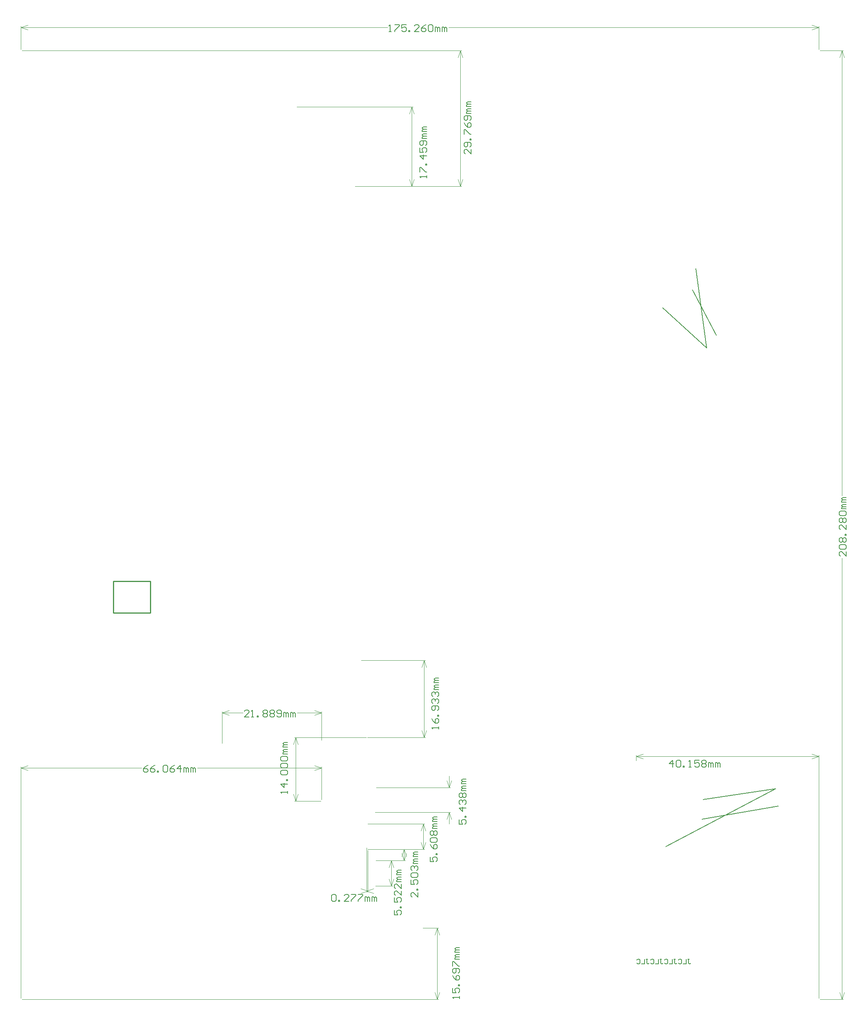
<source format=gbo>
G04*
G04 #@! TF.GenerationSoftware,Altium Limited,Altium Designer,23.2.1 (34)*
G04*
G04 Layer_Color=32896*
%FSLAX25Y25*%
%MOIN*%
G70*
G04*
G04 #@! TF.SameCoordinates,F271847A-4AD1-4DFD-BFDE-6748CE706F92*
G04*
G04*
G04 #@! TF.FilePolarity,Positive*
G04*
G01*
G75*
%ADD12C,0.01000*%
%ADD14C,0.00800*%
%ADD15C,0.00394*%
%ADD16C,0.00600*%
D12*
X301905Y381390D02*
X302000Y354225D01*
X270016Y381279D02*
X270111Y354114D01*
X270016Y381279D02*
X301905Y381390D01*
X270111Y354114D02*
X302000Y354225D01*
D14*
X744800Y617700D02*
X782900Y583100D01*
X773700Y651800D02*
X782900Y583100D01*
X779900Y192600D02*
X842700Y202200D01*
X770500Y633400D02*
X791200Y594200D01*
X779100Y175800D02*
X844800Y187100D01*
X747700Y151900D02*
X842700Y202200D01*
X766534Y54799D02*
X767867D01*
X767201D01*
Y51466D01*
X767867Y50800D01*
X768534D01*
X769200Y51466D01*
X765201Y54799D02*
Y50800D01*
X762535D01*
X758537Y54132D02*
X759203Y54799D01*
X760536D01*
X761203Y54132D01*
Y51466D01*
X760536Y50800D01*
X759203D01*
X758537Y51466D01*
X754538Y54799D02*
X755871D01*
X755204D01*
Y51466D01*
X755871Y50800D01*
X756537D01*
X757204Y51466D01*
X753205Y54799D02*
Y50800D01*
X750539D01*
X746541Y54132D02*
X747207Y54799D01*
X748540D01*
X749206Y54132D01*
Y51466D01*
X748540Y50800D01*
X747207D01*
X746541Y51466D01*
X742542Y54799D02*
X743875D01*
X743208D01*
Y51466D01*
X743875Y50800D01*
X744541D01*
X745208Y51466D01*
X741209Y54799D02*
Y50800D01*
X738543D01*
X734545Y54132D02*
X735211Y54799D01*
X736544D01*
X737210Y54132D01*
Y51466D01*
X736544Y50800D01*
X735211D01*
X734545Y51466D01*
X730546Y54799D02*
X731879D01*
X731212D01*
Y51466D01*
X731879Y50800D01*
X732545D01*
X733212Y51466D01*
X729213Y54799D02*
Y50800D01*
X726547D01*
X722548Y54132D02*
X723215Y54799D01*
X724548D01*
X725214Y54132D01*
Y51466D01*
X724548Y50800D01*
X723215D01*
X722548Y51466D01*
D15*
X190000Y21000D02*
Y221000D01*
X450093Y192713D02*
Y221000D01*
X190000Y220000D02*
X294354D01*
X342539D02*
X450093D01*
X190000D02*
X196000Y218000D01*
X190000Y220000D02*
X196000Y222000D01*
X444093D02*
X450093Y220000D01*
X444093Y218000D02*
X450093Y220000D01*
X880000Y21000D02*
Y231000D01*
X721897Y226489D02*
Y231000D01*
X800949Y230000D02*
X880000D01*
X721897D02*
X800949D01*
X874000Y232000D02*
X880000Y230000D01*
X874000Y228000D02*
X880000Y230000D01*
X721897D02*
X727897Y228000D01*
X721897Y230000D02*
X727897Y232000D01*
X191000Y20000D02*
X551000D01*
X537527Y81799D02*
X551000D01*
X550000Y20000D02*
Y50899D01*
Y81799D01*
Y20000D02*
X552000Y26000D01*
X548000D02*
X550000Y20000D01*
X548000Y75799D02*
X550000Y81799D01*
X552000Y75799D01*
X191000Y840000D02*
X571000D01*
X490484Y722797D02*
X571000D01*
X570000Y781399D02*
Y840000D01*
Y722797D02*
Y781399D01*
X568000Y834000D02*
X570000Y840000D01*
X572000Y834000D01*
X570000Y722797D02*
X572000Y728797D01*
X568000D02*
X570000Y722797D01*
X881000Y20000D02*
X901000D01*
X881000Y840000D02*
X901000D01*
X900000Y20000D02*
Y401308D01*
Y455492D02*
Y840000D01*
Y20000D02*
X902000Y26000D01*
X898000D02*
X900000Y20000D01*
X898000Y834000D02*
X900000Y840000D01*
X902000Y834000D01*
X880000Y841000D02*
Y861000D01*
X190000Y841000D02*
Y861000D01*
X559992Y860000D02*
X880000D01*
X190000D02*
X506808D01*
X874000Y862000D02*
X880000Y860000D01*
X874000Y858000D02*
X880000Y860000D01*
X190000D02*
X196000Y858000D01*
X190000Y860000D02*
X196000Y862000D01*
X490026Y112800D02*
Y148782D01*
X488937Y112800D02*
Y151073D01*
X489482Y113800D02*
X490026D01*
X488937D02*
X489482D01*
X484026Y115800D02*
X490026Y113800D01*
X484026Y111800D02*
X490026Y113800D01*
X488937D02*
X494937Y111800D01*
X488937Y113800D02*
X494937Y115800D01*
X363912Y241257D02*
Y268700D01*
X450089Y243907D02*
Y268700D01*
X363912Y267700D02*
X381808D01*
X428994D02*
X450089D01*
X363912D02*
X369912Y265700D01*
X363912Y267700D02*
X369912Y269700D01*
X444089D02*
X450089Y267700D01*
X444089Y265700D02*
X450089Y267700D01*
X428539Y791504D02*
X529097D01*
X478892Y722768D02*
X529097D01*
X528097Y757136D02*
Y791504D01*
Y722768D02*
Y757136D01*
X526097Y785504D02*
X528097Y791504D01*
X530097Y785504D01*
X528097Y722768D02*
X530097Y728768D01*
X526097D02*
X528097Y722768D01*
X426600Y191250D02*
X449122D01*
X426600Y246368D02*
X488492D01*
X427600Y191250D02*
Y218809D01*
Y246368D01*
Y191250D02*
X429600Y197250D01*
X425600D02*
X427600Y191250D01*
X425600Y240368D02*
X427600Y246368D01*
X429600Y240368D01*
X491026Y149782D02*
X522400D01*
X496800Y139926D02*
X522400D01*
X521400Y144854D02*
Y149782D01*
Y139926D02*
Y144854D01*
X519400Y143782D02*
X521400Y149782D01*
X523400Y143782D01*
X521400Y139926D02*
X523400Y145926D01*
X519400D02*
X521400Y139926D01*
X496288Y181707D02*
X561400D01*
X497298Y203116D02*
X561400D01*
X560400D02*
Y213116D01*
Y171707D02*
Y181707D01*
Y203116D02*
X562400Y209116D01*
X558400D02*
X560400Y203116D01*
X558400Y175707D02*
X560400Y181707D01*
X562400Y175707D01*
X490039Y149778D02*
X539000D01*
X490035Y171858D02*
X539000D01*
X538000Y149778D02*
Y160818D01*
Y171858D01*
Y149778D02*
X540000Y155778D01*
X536000D02*
X538000Y149778D01*
X536000Y165858D02*
X538000Y171858D01*
X540000Y165858D01*
X496800Y139926D02*
X511200D01*
X496552Y118188D02*
X511200D01*
X510200Y129057D02*
Y139926D01*
Y118188D02*
Y129057D01*
X508200Y133926D02*
X510200Y139926D01*
X512200Y133926D01*
X510200Y118188D02*
X512200Y124188D01*
X508200D02*
X510200Y118188D01*
X536697Y252368D02*
X538697Y246368D01*
X540697Y252368D01*
X538697Y313035D02*
X540697Y307035D01*
X536697D02*
X538697Y313035D01*
Y246368D02*
Y279702D01*
Y313035D01*
X489492Y246368D02*
X539697D01*
X484367Y313035D02*
X539697D01*
D16*
X299952Y222399D02*
X297953Y221399D01*
X295953Y219400D01*
Y217401D01*
X296953Y216401D01*
X298953D01*
X299952Y217401D01*
Y218400D01*
X298953Y219400D01*
X295953D01*
X305950Y222399D02*
X303951Y221399D01*
X301952Y219400D01*
Y217401D01*
X302951Y216401D01*
X304951D01*
X305950Y217401D01*
Y218400D01*
X304951Y219400D01*
X301952D01*
X307950Y216401D02*
Y217401D01*
X308949D01*
Y216401D01*
X307950D01*
X312948Y221399D02*
X313948Y222399D01*
X315947D01*
X316947Y221399D01*
Y217401D01*
X315947Y216401D01*
X313948D01*
X312948Y217401D01*
Y221399D01*
X322945Y222399D02*
X320945Y221399D01*
X318946Y219400D01*
Y217401D01*
X319946Y216401D01*
X321945D01*
X322945Y217401D01*
Y218400D01*
X321945Y219400D01*
X318946D01*
X327943Y216401D02*
Y222399D01*
X324944Y219400D01*
X328943D01*
X330942Y216401D02*
Y220400D01*
X331942D01*
X332942Y219400D01*
Y216401D01*
Y219400D01*
X333941Y220400D01*
X334941Y219400D01*
Y216401D01*
X336940D02*
Y220400D01*
X337940D01*
X338940Y219400D01*
Y216401D01*
Y219400D01*
X339939Y220400D01*
X340939Y219400D01*
Y216401D01*
X753599Y220600D02*
Y226598D01*
X750600Y223599D01*
X754599D01*
X756598Y225598D02*
X757598Y226598D01*
X759597D01*
X760597Y225598D01*
Y221600D01*
X759597Y220600D01*
X757598D01*
X756598Y221600D01*
Y225598D01*
X762596Y220600D02*
Y221600D01*
X763596D01*
Y220600D01*
X762596D01*
X767594D02*
X769594D01*
X768594D01*
Y226598D01*
X767594Y225598D01*
X776592Y226598D02*
X772593D01*
Y223599D01*
X774592Y224599D01*
X775592D01*
X776592Y223599D01*
Y221600D01*
X775592Y220600D01*
X773593D01*
X772593Y221600D01*
X778591Y225598D02*
X779591Y226598D01*
X781590D01*
X782590Y225598D01*
Y224599D01*
X781590Y223599D01*
X782590Y222599D01*
Y221600D01*
X781590Y220600D01*
X779591D01*
X778591Y221600D01*
Y222599D01*
X779591Y223599D01*
X778591Y224599D01*
Y225598D01*
X779591Y223599D02*
X781590D01*
X784589Y220600D02*
Y224599D01*
X785589D01*
X786588Y223599D01*
Y220600D01*
Y223599D01*
X787588Y224599D01*
X788588Y223599D01*
Y220600D01*
X790587D02*
Y224599D01*
X791587D01*
X792586Y223599D01*
Y220600D01*
Y223599D01*
X793586Y224599D01*
X794586Y223599D01*
Y220600D01*
X569400Y20600D02*
Y22599D01*
Y21600D01*
X563402D01*
X564402Y20600D01*
X563402Y29597D02*
Y25598D01*
X566401D01*
X565401Y27598D01*
Y28597D01*
X566401Y29597D01*
X568400D01*
X569400Y28597D01*
Y26598D01*
X568400Y25598D01*
X569400Y31596D02*
X568400D01*
Y32596D01*
X569400D01*
Y31596D01*
X563402Y40593D02*
X564402Y38594D01*
X566401Y36595D01*
X568400D01*
X569400Y37595D01*
Y39594D01*
X568400Y40593D01*
X567401D01*
X566401Y39594D01*
Y36595D01*
X568400Y42593D02*
X569400Y43593D01*
Y45592D01*
X568400Y46592D01*
X564402D01*
X563402Y45592D01*
Y43593D01*
X564402Y42593D01*
X565401D01*
X566401Y43593D01*
Y46592D01*
X563402Y48591D02*
Y52590D01*
X564402D01*
X568400Y48591D01*
X569400D01*
Y54589D02*
X565401D01*
Y55589D01*
X566401Y56588D01*
X569400D01*
X566401D01*
X565401Y57588D01*
X566401Y58588D01*
X569400D01*
Y60587D02*
X565401D01*
Y61587D01*
X566401Y62586D01*
X569400D01*
X566401D01*
X565401Y63586D01*
X566401Y64586D01*
X569400D01*
X579400Y754599D02*
Y750600D01*
X575401Y754599D01*
X574402D01*
X573402Y753599D01*
Y751600D01*
X574402Y750600D01*
X578400Y756598D02*
X579400Y757598D01*
Y759597D01*
X578400Y760597D01*
X574402D01*
X573402Y759597D01*
Y757598D01*
X574402Y756598D01*
X575401D01*
X576401Y757598D01*
Y760597D01*
X579400Y762596D02*
X578400D01*
Y763596D01*
X579400D01*
Y762596D01*
X573402Y767594D02*
Y771593D01*
X574402D01*
X578400Y767594D01*
X579400D01*
X573402Y777591D02*
X574402Y775592D01*
X576401Y773593D01*
X578400D01*
X579400Y774592D01*
Y776592D01*
X578400Y777591D01*
X577401D01*
X576401Y776592D01*
Y773593D01*
X578400Y779591D02*
X579400Y780590D01*
Y782590D01*
X578400Y783589D01*
X574402D01*
X573402Y782590D01*
Y780590D01*
X574402Y779591D01*
X575401D01*
X576401Y780590D01*
Y783589D01*
X579400Y785589D02*
X575401D01*
Y786588D01*
X576401Y787588D01*
X579400D01*
X576401D01*
X575401Y788588D01*
X576401Y789587D01*
X579400D01*
Y791587D02*
X575401D01*
Y792586D01*
X576401Y793586D01*
X579400D01*
X576401D01*
X575401Y794586D01*
X576401Y795585D01*
X579400D01*
X903599Y406907D02*
Y402908D01*
X899600Y406907D01*
X898601D01*
X897601Y405907D01*
Y403908D01*
X898601Y402908D01*
Y408906D02*
X897601Y409906D01*
Y411905D01*
X898601Y412905D01*
X902599D01*
X903599Y411905D01*
Y409906D01*
X902599Y408906D01*
X898601D01*
Y414904D02*
X897601Y415904D01*
Y417903D01*
X898601Y418903D01*
X899600D01*
X900600Y417903D01*
X901600Y418903D01*
X902599D01*
X903599Y417903D01*
Y415904D01*
X902599Y414904D01*
X901600D01*
X900600Y415904D01*
X899600Y414904D01*
X898601D01*
X900600Y415904D02*
Y417903D01*
X903599Y420902D02*
X902599D01*
Y421902D01*
X903599D01*
Y420902D01*
Y429900D02*
Y425901D01*
X899600Y429900D01*
X898601D01*
X897601Y428900D01*
Y426900D01*
X898601Y425901D01*
Y431899D02*
X897601Y432899D01*
Y434898D01*
X898601Y435898D01*
X899600D01*
X900600Y434898D01*
X901600Y435898D01*
X902599D01*
X903599Y434898D01*
Y432899D01*
X902599Y431899D01*
X901600D01*
X900600Y432899D01*
X899600Y431899D01*
X898601D01*
X900600Y432899D02*
Y434898D01*
X898601Y437897D02*
X897601Y438897D01*
Y440896D01*
X898601Y441896D01*
X902599D01*
X903599Y440896D01*
Y438897D01*
X902599Y437897D01*
X898601D01*
X903599Y443895D02*
X899600D01*
Y444895D01*
X900600Y445894D01*
X903599D01*
X900600D01*
X899600Y446894D01*
X900600Y447894D01*
X903599D01*
Y449893D02*
X899600D01*
Y450893D01*
X900600Y451892D01*
X903599D01*
X900600D01*
X899600Y452892D01*
X900600Y453892D01*
X903599D01*
X508408Y856401D02*
X510407D01*
X509408D01*
Y862399D01*
X508408Y861399D01*
X513407Y862399D02*
X517405D01*
Y861399D01*
X513407Y857401D01*
Y856401D01*
X523403Y862399D02*
X519405D01*
Y859400D01*
X521404Y860400D01*
X522403D01*
X523403Y859400D01*
Y857401D01*
X522403Y856401D01*
X520404D01*
X519405Y857401D01*
X525403Y856401D02*
Y857401D01*
X526402D01*
Y856401D01*
X525403D01*
X534400D02*
X530401D01*
X534400Y860400D01*
Y861399D01*
X533400Y862399D01*
X531401D01*
X530401Y861399D01*
X540398Y862399D02*
X538398Y861399D01*
X536399Y859400D01*
Y857401D01*
X537399Y856401D01*
X539398D01*
X540398Y857401D01*
Y858400D01*
X539398Y859400D01*
X536399D01*
X542397Y861399D02*
X543397Y862399D01*
X545396D01*
X546396Y861399D01*
Y857401D01*
X545396Y856401D01*
X543397D01*
X542397Y857401D01*
Y861399D01*
X548395Y856401D02*
Y860400D01*
X549395D01*
X550394Y859400D01*
Y856401D01*
Y859400D01*
X551394Y860400D01*
X552394Y859400D01*
Y856401D01*
X554393D02*
Y860400D01*
X555393D01*
X556393Y859400D01*
Y856401D01*
Y859400D01*
X557392Y860400D01*
X558392Y859400D01*
Y856401D01*
X458700Y109798D02*
X459700Y110798D01*
X461699D01*
X462699Y109798D01*
Y105800D01*
X461699Y104800D01*
X459700D01*
X458700Y105800D01*
Y109798D01*
X464698Y104800D02*
Y105800D01*
X465698D01*
Y104800D01*
X464698D01*
X473695D02*
X469696D01*
X473695Y108799D01*
Y109798D01*
X472695Y110798D01*
X470696D01*
X469696Y109798D01*
X475695Y110798D02*
X479693D01*
Y109798D01*
X475695Y105800D01*
Y104800D01*
X481693Y110798D02*
X485691D01*
Y109798D01*
X481693Y105800D01*
Y104800D01*
X487691D02*
Y108799D01*
X488690D01*
X489690Y107799D01*
Y104800D01*
Y107799D01*
X490690Y108799D01*
X491689Y107799D01*
Y104800D01*
X493689D02*
Y108799D01*
X494688D01*
X495688Y107799D01*
Y104800D01*
Y107799D01*
X496688Y108799D01*
X497687Y107799D01*
Y104800D01*
X387406Y264101D02*
X383408D01*
X387406Y268100D01*
Y269099D01*
X386407Y270099D01*
X384407D01*
X383408Y269099D01*
X389406Y264101D02*
X391405D01*
X390406D01*
Y270099D01*
X389406Y269099D01*
X394404Y264101D02*
Y265101D01*
X395404D01*
Y264101D01*
X394404D01*
X399403Y269099D02*
X400402Y270099D01*
X402402D01*
X403401Y269099D01*
Y268100D01*
X402402Y267100D01*
X403401Y266100D01*
Y265101D01*
X402402Y264101D01*
X400402D01*
X399403Y265101D01*
Y266100D01*
X400402Y267100D01*
X399403Y268100D01*
Y269099D01*
X400402Y267100D02*
X402402D01*
X405401Y269099D02*
X406400Y270099D01*
X408400D01*
X409399Y269099D01*
Y268100D01*
X408400Y267100D01*
X409399Y266100D01*
Y265101D01*
X408400Y264101D01*
X406400D01*
X405401Y265101D01*
Y266100D01*
X406400Y267100D01*
X405401Y268100D01*
Y269099D01*
X406400Y267100D02*
X408400D01*
X411399Y265101D02*
X412398Y264101D01*
X414398D01*
X415397Y265101D01*
Y269099D01*
X414398Y270099D01*
X412398D01*
X411399Y269099D01*
Y268100D01*
X412398Y267100D01*
X415397D01*
X417397Y264101D02*
Y268100D01*
X418396D01*
X419396Y267100D01*
Y264101D01*
Y267100D01*
X420396Y268100D01*
X421395Y267100D01*
Y264101D01*
X423395D02*
Y268100D01*
X424395D01*
X425394Y267100D01*
Y264101D01*
Y267100D01*
X426394Y268100D01*
X427393Y267100D01*
Y264101D01*
X540800Y730026D02*
Y732025D01*
Y731026D01*
X534802D01*
X535802Y730026D01*
X534802Y735024D02*
Y739023D01*
X535802D01*
X539800Y735024D01*
X540800D01*
Y741022D02*
X539800D01*
Y742022D01*
X540800D01*
Y741022D01*
Y749020D02*
X534802D01*
X537801Y746021D01*
Y750020D01*
X534802Y756018D02*
Y752019D01*
X537801D01*
X536801Y754018D01*
Y755018D01*
X537801Y756018D01*
X539800D01*
X540800Y755018D01*
Y753019D01*
X539800Y752019D01*
Y758017D02*
X540800Y759017D01*
Y761016D01*
X539800Y762016D01*
X535802D01*
X534802Y761016D01*
Y759017D01*
X535802Y758017D01*
X536801D01*
X537801Y759017D01*
Y762016D01*
X540800Y764015D02*
X536801D01*
Y765015D01*
X537801Y766014D01*
X540800D01*
X537801D01*
X536801Y767014D01*
X537801Y768014D01*
X540800D01*
Y770013D02*
X536801D01*
Y771013D01*
X537801Y772012D01*
X540800D01*
X537801D01*
X536801Y773012D01*
X537801Y774012D01*
X540800D01*
X420600Y198200D02*
Y200199D01*
Y199200D01*
X414602D01*
X415602Y198200D01*
X420600Y206197D02*
X414602D01*
X417601Y203198D01*
Y207197D01*
X420600Y209196D02*
X419600D01*
Y210196D01*
X420600D01*
Y209196D01*
X415602Y214195D02*
X414602Y215195D01*
Y217194D01*
X415602Y218194D01*
X419600D01*
X420600Y217194D01*
Y215195D01*
X419600Y214195D01*
X415602D01*
Y220193D02*
X414602Y221193D01*
Y223192D01*
X415602Y224192D01*
X419600D01*
X420600Y223192D01*
Y221193D01*
X419600Y220193D01*
X415602D01*
Y226191D02*
X414602Y227191D01*
Y229190D01*
X415602Y230190D01*
X419600D01*
X420600Y229190D01*
Y227191D01*
X419600Y226191D01*
X415602D01*
X420600Y232189D02*
X416601D01*
Y233189D01*
X417601Y234188D01*
X420600D01*
X417601D01*
X416601Y235188D01*
X417601Y236188D01*
X420600D01*
Y238187D02*
X416601D01*
Y239187D01*
X417601Y240186D01*
X420600D01*
X417601D01*
X416601Y241186D01*
X417601Y242186D01*
X420600D01*
X533400Y112399D02*
Y108400D01*
X529401Y112399D01*
X528402D01*
X527402Y111399D01*
Y109400D01*
X528402Y108400D01*
X533400Y114398D02*
X532400D01*
Y115398D01*
X533400D01*
Y114398D01*
X527402Y123395D02*
Y119396D01*
X530401D01*
X529401Y121396D01*
Y122396D01*
X530401Y123395D01*
X532400D01*
X533400Y122396D01*
Y120396D01*
X532400Y119396D01*
X528402Y125394D02*
X527402Y126394D01*
Y128393D01*
X528402Y129393D01*
X532400D01*
X533400Y128393D01*
Y126394D01*
X532400Y125394D01*
X528402D01*
Y131393D02*
X527402Y132392D01*
Y134392D01*
X528402Y135391D01*
X529401D01*
X530401Y134392D01*
Y133392D01*
Y134392D01*
X531401Y135391D01*
X532400D01*
X533400Y134392D01*
Y132392D01*
X532400Y131393D01*
X533400Y137391D02*
X529401D01*
Y138390D01*
X530401Y139390D01*
X533400D01*
X530401D01*
X529401Y140390D01*
X530401Y141389D01*
X533400D01*
Y143389D02*
X529401D01*
Y144388D01*
X530401Y145388D01*
X533400D01*
X530401D01*
X529401Y146388D01*
X530401Y147387D01*
X533400D01*
X568798Y175317D02*
Y171318D01*
X571797D01*
X570797Y173317D01*
Y174317D01*
X571797Y175317D01*
X573796D01*
X574796Y174317D01*
Y172318D01*
X573796Y171318D01*
X574796Y177316D02*
X573796D01*
Y178316D01*
X574796D01*
Y177316D01*
Y185313D02*
X568798D01*
X571797Y182315D01*
Y186313D01*
X569798Y188313D02*
X568798Y189312D01*
Y191312D01*
X569798Y192311D01*
X570797D01*
X571797Y191312D01*
Y190312D01*
Y191312D01*
X572797Y192311D01*
X573796D01*
X574796Y191312D01*
Y189312D01*
X573796Y188313D01*
X569798Y194311D02*
X568798Y195310D01*
Y197310D01*
X569798Y198309D01*
X570797D01*
X571797Y197310D01*
X572797Y198309D01*
X573796D01*
X574796Y197310D01*
Y195310D01*
X573796Y194311D01*
X572797D01*
X571797Y195310D01*
X570797Y194311D01*
X569798D01*
X571797Y195310D02*
Y197310D01*
X574796Y200309D02*
X570797D01*
Y201308D01*
X571797Y202308D01*
X574796D01*
X571797D01*
X570797Y203308D01*
X571797Y204307D01*
X574796D01*
Y206307D02*
X570797D01*
Y207306D01*
X571797Y208306D01*
X574796D01*
X571797D01*
X570797Y209306D01*
X571797Y210305D01*
X574796D01*
X543902Y142899D02*
Y138900D01*
X546901D01*
X545901Y140899D01*
Y141899D01*
X546901Y142899D01*
X548900D01*
X549900Y141899D01*
Y139900D01*
X548900Y138900D01*
X549900Y144898D02*
X548900D01*
Y145898D01*
X549900D01*
Y144898D01*
X543902Y153895D02*
X544902Y151896D01*
X546901Y149896D01*
X548900D01*
X549900Y150896D01*
Y152895D01*
X548900Y153895D01*
X547901D01*
X546901Y152895D01*
Y149896D01*
X544902Y155894D02*
X543902Y156894D01*
Y158894D01*
X544902Y159893D01*
X548900D01*
X549900Y158894D01*
Y156894D01*
X548900Y155894D01*
X544902D01*
Y161893D02*
X543902Y162892D01*
Y164892D01*
X544902Y165891D01*
X545901D01*
X546901Y164892D01*
X547901Y165891D01*
X548900D01*
X549900Y164892D01*
Y162892D01*
X548900Y161893D01*
X547901D01*
X546901Y162892D01*
X545901Y161893D01*
X544902D01*
X546901Y162892D02*
Y164892D01*
X549900Y167891D02*
X545901D01*
Y168890D01*
X546901Y169890D01*
X549900D01*
X546901D01*
X545901Y170890D01*
X546901Y171889D01*
X549900D01*
Y173889D02*
X545901D01*
Y174888D01*
X546901Y175888D01*
X549900D01*
X546901D01*
X545901Y176888D01*
X546901Y177887D01*
X549900D01*
X513102Y96899D02*
Y92900D01*
X516101D01*
X515101Y94899D01*
Y95899D01*
X516101Y96899D01*
X518100D01*
X519100Y95899D01*
Y93900D01*
X518100Y92900D01*
X519100Y98898D02*
X518100D01*
Y99898D01*
X519100D01*
Y98898D01*
X513102Y107895D02*
Y103896D01*
X516101D01*
X515101Y105896D01*
Y106895D01*
X516101Y107895D01*
X518100D01*
X519100Y106895D01*
Y104896D01*
X518100Y103896D01*
X519100Y113893D02*
Y109895D01*
X515101Y113893D01*
X514102D01*
X513102Y112893D01*
Y110894D01*
X514102Y109895D01*
X519100Y119891D02*
Y115893D01*
X515101Y119891D01*
X514102D01*
X513102Y118892D01*
Y116892D01*
X514102Y115893D01*
X519100Y121891D02*
X515101D01*
Y122890D01*
X516101Y123890D01*
X519100D01*
X516101D01*
X515101Y124890D01*
X516101Y125889D01*
X519100D01*
Y127889D02*
X515101D01*
Y128888D01*
X516101Y129888D01*
X519100D01*
X516101D01*
X515101Y130888D01*
X516101Y131887D01*
X519100D01*
X551400Y253626D02*
Y255625D01*
Y254626D01*
X545402D01*
X546402Y253626D01*
X545402Y262623D02*
X546402Y260624D01*
X548401Y258624D01*
X550400D01*
X551400Y259624D01*
Y261623D01*
X550400Y262623D01*
X549401D01*
X548401Y261623D01*
Y258624D01*
X551400Y264622D02*
X550400D01*
Y265622D01*
X551400D01*
Y264622D01*
X550400Y269621D02*
X551400Y270620D01*
Y272620D01*
X550400Y273620D01*
X546402D01*
X545402Y272620D01*
Y270620D01*
X546402Y269621D01*
X547401D01*
X548401Y270620D01*
Y273620D01*
X546402Y275619D02*
X545402Y276619D01*
Y278618D01*
X546402Y279618D01*
X547401D01*
X548401Y278618D01*
Y277618D01*
Y278618D01*
X549401Y279618D01*
X550400D01*
X551400Y278618D01*
Y276619D01*
X550400Y275619D01*
X546402Y281617D02*
X545402Y282617D01*
Y284616D01*
X546402Y285616D01*
X547401D01*
X548401Y284616D01*
Y283616D01*
Y284616D01*
X549401Y285616D01*
X550400D01*
X551400Y284616D01*
Y282617D01*
X550400Y281617D01*
X551400Y287615D02*
X547401D01*
Y288615D01*
X548401Y289614D01*
X551400D01*
X548401D01*
X547401Y290614D01*
X548401Y291614D01*
X551400D01*
Y293613D02*
X547401D01*
Y294613D01*
X548401Y295612D01*
X551400D01*
X548401D01*
X547401Y296612D01*
X548401Y297612D01*
X551400D01*
M02*

</source>
